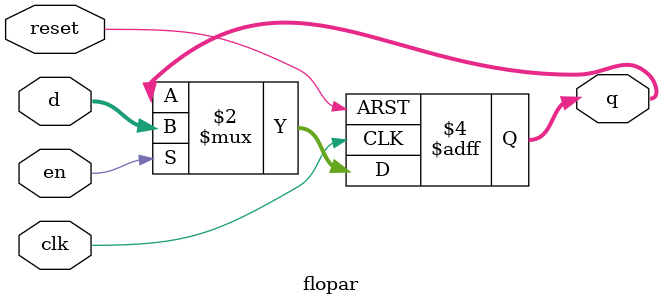
<source format=sv>
module flopar(input logic clk, input logic reset, input logic en, input logic [3:0]d, output logic [3:0]q);
always_ff@(posedge clk, posedge reset)
if(reset) q<=4'b0;
else if(en) q<=d;
endmodule

</source>
